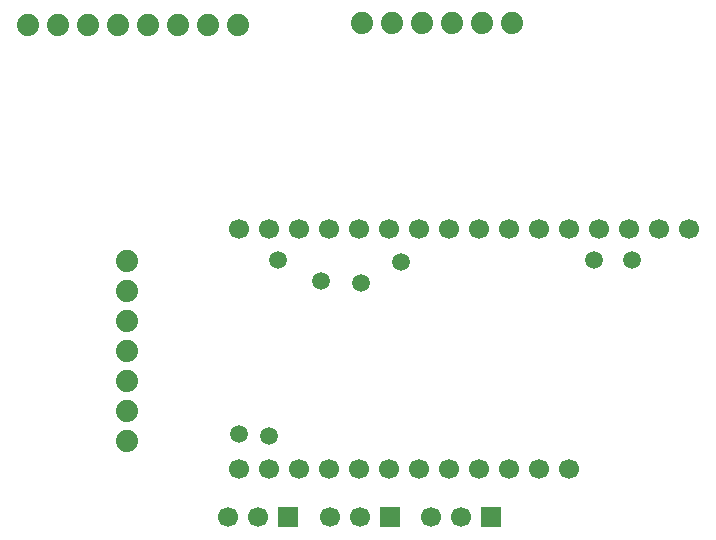
<source format=gbr>
%TF.GenerationSoftware,KiCad,Pcbnew,9.0.7*%
%TF.CreationDate,2026-02-04T13:12:15-08:00*%
%TF.ProjectId,BasicDatalogger,42617369-6344-4617-9461-6c6f67676572,rev?*%
%TF.SameCoordinates,Original*%
%TF.FileFunction,Soldermask,Bot*%
%TF.FilePolarity,Negative*%
%FSLAX46Y46*%
G04 Gerber Fmt 4.6, Leading zero omitted, Abs format (unit mm)*
G04 Created by KiCad (PCBNEW 9.0.7) date 2026-02-04 13:12:15*
%MOMM*%
%LPD*%
G01*
G04 APERTURE LIST*
%ADD10R,1.700000X1.700000*%
%ADD11C,1.700000*%
%ADD12C,1.879600*%
%ADD13C,1.500000*%
G04 APERTURE END LIST*
D10*
%TO.C,3*%
X105140000Y-74400000D03*
D11*
X102600000Y-74400000D03*
X100060000Y-74400000D03*
%TD*%
D10*
%TO.C,2*%
X113740000Y-74400000D03*
D11*
X111200000Y-74400000D03*
X108660000Y-74400000D03*
%TD*%
D10*
%TO.C,1*%
X122280000Y-74400000D03*
D11*
X119740000Y-74400000D03*
X117200000Y-74400000D03*
%TD*%
%TO.C,U1*%
X139080000Y-50000000D03*
X136540000Y-50000000D03*
X134000000Y-50000000D03*
X131460000Y-50000000D03*
X128920000Y-50000000D03*
X126380000Y-50000000D03*
X123840000Y-50000000D03*
X121300000Y-50000000D03*
X118760000Y-50000000D03*
X116220000Y-50000000D03*
X113680000Y-50000000D03*
X111140000Y-50000000D03*
X108600000Y-50000000D03*
X106060000Y-50000000D03*
X103520000Y-50000000D03*
X100980000Y-50000000D03*
X100980000Y-70320000D03*
X103520000Y-70320000D03*
X106060000Y-70320000D03*
X108600000Y-70320000D03*
X111140000Y-70320000D03*
X113680000Y-70320000D03*
X116220000Y-70320000D03*
X118760000Y-70320000D03*
X121300000Y-70320000D03*
X123840000Y-70320000D03*
X126380000Y-70320000D03*
X128920000Y-70320000D03*
%TD*%
D12*
%TO.C,U2*%
X100890000Y-32700000D03*
X98350000Y-32700000D03*
X95810000Y-32700000D03*
X93270000Y-32700000D03*
X90730000Y-32700000D03*
X88190000Y-32700000D03*
X85650000Y-32700000D03*
X83110000Y-32700000D03*
%TD*%
%TO.C,U4*%
X91513796Y-67972407D03*
X91513796Y-65432407D03*
X91513796Y-62892407D03*
X91513796Y-60352407D03*
X91513796Y-57812407D03*
X91513796Y-55272407D03*
X91513796Y-52732407D03*
%TD*%
%TO.C,U3*%
X124100000Y-32600000D03*
X121560000Y-32600000D03*
X119020000Y-32600000D03*
X116480000Y-32600000D03*
X113940000Y-32600000D03*
X111400000Y-32600000D03*
%TD*%
D13*
%TO.C,TP4*%
X111300000Y-54600000D03*
%TD*%
%TO.C,TP5*%
X107900000Y-54400000D03*
%TD*%
%TO.C,TP6*%
X104300000Y-52600000D03*
%TD*%
%TO.C,TP2*%
X131000000Y-52600000D03*
%TD*%
%TO.C,TP8*%
X103500000Y-67500000D03*
%TD*%
%TO.C,TP3*%
X114700000Y-52800000D03*
%TD*%
%TO.C,TP1*%
X134200000Y-52600000D03*
%TD*%
%TO.C,TP7*%
X101000000Y-67400000D03*
%TD*%
M02*

</source>
